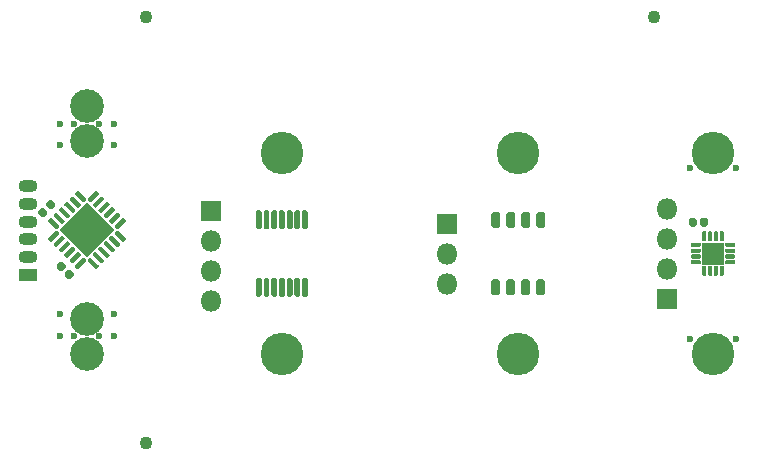
<source format=gbs>
G04 #@! TF.GenerationSoftware,KiCad,Pcbnew,(5.1.6-0-10_14)*
G04 #@! TF.CreationDate,2021-04-13T12:38:31+02:00*
G04 #@! TF.ProjectId,Encoder_SPI_Panel,456e636f-6465-4725-9f53-50495f50616e,rev?*
G04 #@! TF.SameCoordinates,Original*
G04 #@! TF.FileFunction,Soldermask,Bot*
G04 #@! TF.FilePolarity,Negative*
%FSLAX46Y46*%
G04 Gerber Fmt 4.6, Leading zero omitted, Abs format (unit mm)*
G04 Created by KiCad (PCBNEW (5.1.6-0-10_14)) date 2021-04-13 12:38:31*
%MOMM*%
%LPD*%
G01*
G04 APERTURE LIST*
%ADD10C,1.100000*%
%ADD11C,3.600000*%
%ADD12R,1.850000X1.850000*%
%ADD13R,1.800000X1.800000*%
%ADD14O,1.800000X1.800000*%
%ADD15C,0.600000*%
%ADD16C,0.150000*%
%ADD17C,2.850000*%
%ADD18R,1.600000X1.100000*%
%ADD19O,1.600000X1.100000*%
G04 APERTURE END LIST*
D10*
X59999000Y-55501000D03*
X103007084Y-19498950D03*
X59999000Y-19498950D03*
G36*
G01*
X105933450Y-37037450D02*
X105933450Y-36642450D01*
G75*
G02*
X106105950Y-36469950I172500J0D01*
G01*
X106450950Y-36469950D01*
G75*
G02*
X106623450Y-36642450I0J-172500D01*
G01*
X106623450Y-37037450D01*
G75*
G02*
X106450950Y-37209950I-172500J0D01*
G01*
X106105950Y-37209950D01*
G75*
G02*
X105933450Y-37037450I0J172500D01*
G01*
G37*
G36*
G01*
X106903450Y-37037450D02*
X106903450Y-36642450D01*
G75*
G02*
X107075950Y-36469950I172500J0D01*
G01*
X107420950Y-36469950D01*
G75*
G02*
X107593450Y-36642450I0J-172500D01*
G01*
X107593450Y-37037450D01*
G75*
G02*
X107420950Y-37209950I-172500J0D01*
G01*
X107075950Y-37209950D01*
G75*
G02*
X106903450Y-37037450I0J172500D01*
G01*
G37*
D11*
X108003450Y-30999950D03*
G36*
G01*
X109903450Y-38662450D02*
X109903450Y-38837450D01*
G75*
G02*
X109815950Y-38924950I-87500J0D01*
G01*
X109115950Y-38924950D01*
G75*
G02*
X109028450Y-38837450I0J87500D01*
G01*
X109028450Y-38662450D01*
G75*
G02*
X109115950Y-38574950I87500J0D01*
G01*
X109815950Y-38574950D01*
G75*
G02*
X109903450Y-38662450I0J-87500D01*
G01*
G37*
G36*
G01*
X109903450Y-39162450D02*
X109903450Y-39337450D01*
G75*
G02*
X109815950Y-39424950I-87500J0D01*
G01*
X109115950Y-39424950D01*
G75*
G02*
X109028450Y-39337450I0J87500D01*
G01*
X109028450Y-39162450D01*
G75*
G02*
X109115950Y-39074950I87500J0D01*
G01*
X109815950Y-39074950D01*
G75*
G02*
X109903450Y-39162450I0J-87500D01*
G01*
G37*
G36*
G01*
X109903450Y-39662450D02*
X109903450Y-39837450D01*
G75*
G02*
X109815950Y-39924950I-87500J0D01*
G01*
X109115950Y-39924950D01*
G75*
G02*
X109028450Y-39837450I0J87500D01*
G01*
X109028450Y-39662450D01*
G75*
G02*
X109115950Y-39574950I87500J0D01*
G01*
X109815950Y-39574950D01*
G75*
G02*
X109903450Y-39662450I0J-87500D01*
G01*
G37*
G36*
G01*
X109903450Y-40162450D02*
X109903450Y-40337450D01*
G75*
G02*
X109815950Y-40424950I-87500J0D01*
G01*
X109115950Y-40424950D01*
G75*
G02*
X109028450Y-40337450I0J87500D01*
G01*
X109028450Y-40162450D01*
G75*
G02*
X109115950Y-40074950I87500J0D01*
G01*
X109815950Y-40074950D01*
G75*
G02*
X109903450Y-40162450I0J-87500D01*
G01*
G37*
G36*
G01*
X108928450Y-40612450D02*
X108928450Y-41312450D01*
G75*
G02*
X108840950Y-41399950I-87500J0D01*
G01*
X108665950Y-41399950D01*
G75*
G02*
X108578450Y-41312450I0J87500D01*
G01*
X108578450Y-40612450D01*
G75*
G02*
X108665950Y-40524950I87500J0D01*
G01*
X108840950Y-40524950D01*
G75*
G02*
X108928450Y-40612450I0J-87500D01*
G01*
G37*
G36*
G01*
X108428450Y-40612450D02*
X108428450Y-41312450D01*
G75*
G02*
X108340950Y-41399950I-87500J0D01*
G01*
X108165950Y-41399950D01*
G75*
G02*
X108078450Y-41312450I0J87500D01*
G01*
X108078450Y-40612450D01*
G75*
G02*
X108165950Y-40524950I87500J0D01*
G01*
X108340950Y-40524950D01*
G75*
G02*
X108428450Y-40612450I0J-87500D01*
G01*
G37*
G36*
G01*
X107928450Y-40612450D02*
X107928450Y-41312450D01*
G75*
G02*
X107840950Y-41399950I-87500J0D01*
G01*
X107665950Y-41399950D01*
G75*
G02*
X107578450Y-41312450I0J87500D01*
G01*
X107578450Y-40612450D01*
G75*
G02*
X107665950Y-40524950I87500J0D01*
G01*
X107840950Y-40524950D01*
G75*
G02*
X107928450Y-40612450I0J-87500D01*
G01*
G37*
G36*
G01*
X107428450Y-40612450D02*
X107428450Y-41312450D01*
G75*
G02*
X107340950Y-41399950I-87500J0D01*
G01*
X107165950Y-41399950D01*
G75*
G02*
X107078450Y-41312450I0J87500D01*
G01*
X107078450Y-40612450D01*
G75*
G02*
X107165950Y-40524950I87500J0D01*
G01*
X107340950Y-40524950D01*
G75*
G02*
X107428450Y-40612450I0J-87500D01*
G01*
G37*
G36*
G01*
X106978450Y-40162450D02*
X106978450Y-40337450D01*
G75*
G02*
X106890950Y-40424950I-87500J0D01*
G01*
X106190950Y-40424950D01*
G75*
G02*
X106103450Y-40337450I0J87500D01*
G01*
X106103450Y-40162450D01*
G75*
G02*
X106190950Y-40074950I87500J0D01*
G01*
X106890950Y-40074950D01*
G75*
G02*
X106978450Y-40162450I0J-87500D01*
G01*
G37*
G36*
G01*
X106978450Y-39662450D02*
X106978450Y-39837450D01*
G75*
G02*
X106890950Y-39924950I-87500J0D01*
G01*
X106190950Y-39924950D01*
G75*
G02*
X106103450Y-39837450I0J87500D01*
G01*
X106103450Y-39662450D01*
G75*
G02*
X106190950Y-39574950I87500J0D01*
G01*
X106890950Y-39574950D01*
G75*
G02*
X106978450Y-39662450I0J-87500D01*
G01*
G37*
G36*
G01*
X106978450Y-39162450D02*
X106978450Y-39337450D01*
G75*
G02*
X106890950Y-39424950I-87500J0D01*
G01*
X106190950Y-39424950D01*
G75*
G02*
X106103450Y-39337450I0J87500D01*
G01*
X106103450Y-39162450D01*
G75*
G02*
X106190950Y-39074950I87500J0D01*
G01*
X106890950Y-39074950D01*
G75*
G02*
X106978450Y-39162450I0J-87500D01*
G01*
G37*
G36*
G01*
X106978450Y-38662450D02*
X106978450Y-38837450D01*
G75*
G02*
X106890950Y-38924950I-87500J0D01*
G01*
X106190950Y-38924950D01*
G75*
G02*
X106103450Y-38837450I0J87500D01*
G01*
X106103450Y-38662450D01*
G75*
G02*
X106190950Y-38574950I87500J0D01*
G01*
X106890950Y-38574950D01*
G75*
G02*
X106978450Y-38662450I0J-87500D01*
G01*
G37*
G36*
G01*
X107428450Y-37687450D02*
X107428450Y-38387450D01*
G75*
G02*
X107340950Y-38474950I-87500J0D01*
G01*
X107165950Y-38474950D01*
G75*
G02*
X107078450Y-38387450I0J87500D01*
G01*
X107078450Y-37687450D01*
G75*
G02*
X107165950Y-37599950I87500J0D01*
G01*
X107340950Y-37599950D01*
G75*
G02*
X107428450Y-37687450I0J-87500D01*
G01*
G37*
G36*
G01*
X107928450Y-37687450D02*
X107928450Y-38387450D01*
G75*
G02*
X107840950Y-38474950I-87500J0D01*
G01*
X107665950Y-38474950D01*
G75*
G02*
X107578450Y-38387450I0J87500D01*
G01*
X107578450Y-37687450D01*
G75*
G02*
X107665950Y-37599950I87500J0D01*
G01*
X107840950Y-37599950D01*
G75*
G02*
X107928450Y-37687450I0J-87500D01*
G01*
G37*
G36*
G01*
X108428450Y-37687450D02*
X108428450Y-38387450D01*
G75*
G02*
X108340950Y-38474950I-87500J0D01*
G01*
X108165950Y-38474950D01*
G75*
G02*
X108078450Y-38387450I0J87500D01*
G01*
X108078450Y-37687450D01*
G75*
G02*
X108165950Y-37599950I87500J0D01*
G01*
X108340950Y-37599950D01*
G75*
G02*
X108428450Y-37687450I0J-87500D01*
G01*
G37*
G36*
G01*
X108928450Y-37687450D02*
X108928450Y-38387450D01*
G75*
G02*
X108840950Y-38474950I-87500J0D01*
G01*
X108665950Y-38474950D01*
G75*
G02*
X108578450Y-38387450I0J87500D01*
G01*
X108578450Y-37687450D01*
G75*
G02*
X108665950Y-37599950I87500J0D01*
G01*
X108840950Y-37599950D01*
G75*
G02*
X108928450Y-37687450I0J-87500D01*
G01*
G37*
D12*
X108003450Y-39499950D03*
D11*
X108003450Y-47999950D03*
D13*
X104103450Y-43319950D03*
D14*
X104103450Y-40779950D03*
X104103450Y-38239950D03*
X104103450Y-35699950D03*
D15*
X109953450Y-32249950D03*
X106053450Y-32249950D03*
X109953450Y-46749950D03*
X106053450Y-46749950D03*
D11*
X91503051Y-30999999D03*
X91503051Y-47999999D03*
D13*
X85473051Y-36959999D03*
D14*
X85473051Y-39499999D03*
X85473051Y-42039999D03*
G36*
G01*
X89410551Y-35949999D02*
X89785551Y-35949999D01*
G75*
G02*
X89973051Y-36137499I0J-187500D01*
G01*
X89973051Y-37172499D01*
G75*
G02*
X89785551Y-37359999I-187500J0D01*
G01*
X89410551Y-37359999D01*
G75*
G02*
X89223051Y-37172499I0J187500D01*
G01*
X89223051Y-36137499D01*
G75*
G02*
X89410551Y-35949999I187500J0D01*
G01*
G37*
G36*
G01*
X90680551Y-35949999D02*
X91055551Y-35949999D01*
G75*
G02*
X91243051Y-36137499I0J-187500D01*
G01*
X91243051Y-37172499D01*
G75*
G02*
X91055551Y-37359999I-187500J0D01*
G01*
X90680551Y-37359999D01*
G75*
G02*
X90493051Y-37172499I0J187500D01*
G01*
X90493051Y-36137499D01*
G75*
G02*
X90680551Y-35949999I187500J0D01*
G01*
G37*
G36*
G01*
X91950551Y-35949999D02*
X92325551Y-35949999D01*
G75*
G02*
X92513051Y-36137499I0J-187500D01*
G01*
X92513051Y-37172499D01*
G75*
G02*
X92325551Y-37359999I-187500J0D01*
G01*
X91950551Y-37359999D01*
G75*
G02*
X91763051Y-37172499I0J187500D01*
G01*
X91763051Y-36137499D01*
G75*
G02*
X91950551Y-35949999I187500J0D01*
G01*
G37*
G36*
G01*
X93220551Y-35949999D02*
X93595551Y-35949999D01*
G75*
G02*
X93783051Y-36137499I0J-187500D01*
G01*
X93783051Y-37172499D01*
G75*
G02*
X93595551Y-37359999I-187500J0D01*
G01*
X93220551Y-37359999D01*
G75*
G02*
X93033051Y-37172499I0J187500D01*
G01*
X93033051Y-36137499D01*
G75*
G02*
X93220551Y-35949999I187500J0D01*
G01*
G37*
G36*
G01*
X89410551Y-41639999D02*
X89785551Y-41639999D01*
G75*
G02*
X89973051Y-41827499I0J-187500D01*
G01*
X89973051Y-42862499D01*
G75*
G02*
X89785551Y-43049999I-187500J0D01*
G01*
X89410551Y-43049999D01*
G75*
G02*
X89223051Y-42862499I0J187500D01*
G01*
X89223051Y-41827499D01*
G75*
G02*
X89410551Y-41639999I187500J0D01*
G01*
G37*
G36*
G01*
X90680551Y-41639999D02*
X91055551Y-41639999D01*
G75*
G02*
X91243051Y-41827499I0J-187500D01*
G01*
X91243051Y-42862499D01*
G75*
G02*
X91055551Y-43049999I-187500J0D01*
G01*
X90680551Y-43049999D01*
G75*
G02*
X90493051Y-42862499I0J187500D01*
G01*
X90493051Y-41827499D01*
G75*
G02*
X90680551Y-41639999I187500J0D01*
G01*
G37*
G36*
G01*
X91950551Y-41639999D02*
X92325551Y-41639999D01*
G75*
G02*
X92513051Y-41827499I0J-187500D01*
G01*
X92513051Y-42862499D01*
G75*
G02*
X92325551Y-43049999I-187500J0D01*
G01*
X91950551Y-43049999D01*
G75*
G02*
X91763051Y-42862499I0J187500D01*
G01*
X91763051Y-41827499D01*
G75*
G02*
X91950551Y-41639999I187500J0D01*
G01*
G37*
G36*
G01*
X93220551Y-41639999D02*
X93595551Y-41639999D01*
G75*
G02*
X93783051Y-41827499I0J-187500D01*
G01*
X93783051Y-42862499D01*
G75*
G02*
X93595551Y-43049999I-187500J0D01*
G01*
X93220551Y-43049999D01*
G75*
G02*
X93033051Y-42862499I0J187500D01*
G01*
X93033051Y-41827499D01*
G75*
G02*
X93220551Y-41639999I187500J0D01*
G01*
G37*
D11*
X71503039Y-30999999D03*
X71503039Y-47999999D03*
D13*
X65473039Y-35929999D03*
D14*
X65473039Y-38469999D03*
X65473039Y-41009999D03*
X65473039Y-43549999D03*
G36*
G01*
X69428039Y-35849999D02*
X69678039Y-35849999D01*
G75*
G02*
X69803039Y-35974999I0J-125000D01*
G01*
X69803039Y-37299999D01*
G75*
G02*
X69678039Y-37424999I-125000J0D01*
G01*
X69428039Y-37424999D01*
G75*
G02*
X69303039Y-37299999I0J125000D01*
G01*
X69303039Y-35974999D01*
G75*
G02*
X69428039Y-35849999I125000J0D01*
G01*
G37*
G36*
G01*
X70078039Y-35849999D02*
X70328039Y-35849999D01*
G75*
G02*
X70453039Y-35974999I0J-125000D01*
G01*
X70453039Y-37299999D01*
G75*
G02*
X70328039Y-37424999I-125000J0D01*
G01*
X70078039Y-37424999D01*
G75*
G02*
X69953039Y-37299999I0J125000D01*
G01*
X69953039Y-35974999D01*
G75*
G02*
X70078039Y-35849999I125000J0D01*
G01*
G37*
G36*
G01*
X70728039Y-35849999D02*
X70978039Y-35849999D01*
G75*
G02*
X71103039Y-35974999I0J-125000D01*
G01*
X71103039Y-37299999D01*
G75*
G02*
X70978039Y-37424999I-125000J0D01*
G01*
X70728039Y-37424999D01*
G75*
G02*
X70603039Y-37299999I0J125000D01*
G01*
X70603039Y-35974999D01*
G75*
G02*
X70728039Y-35849999I125000J0D01*
G01*
G37*
G36*
G01*
X71378039Y-35849999D02*
X71628039Y-35849999D01*
G75*
G02*
X71753039Y-35974999I0J-125000D01*
G01*
X71753039Y-37299999D01*
G75*
G02*
X71628039Y-37424999I-125000J0D01*
G01*
X71378039Y-37424999D01*
G75*
G02*
X71253039Y-37299999I0J125000D01*
G01*
X71253039Y-35974999D01*
G75*
G02*
X71378039Y-35849999I125000J0D01*
G01*
G37*
G36*
G01*
X72028039Y-35849999D02*
X72278039Y-35849999D01*
G75*
G02*
X72403039Y-35974999I0J-125000D01*
G01*
X72403039Y-37299999D01*
G75*
G02*
X72278039Y-37424999I-125000J0D01*
G01*
X72028039Y-37424999D01*
G75*
G02*
X71903039Y-37299999I0J125000D01*
G01*
X71903039Y-35974999D01*
G75*
G02*
X72028039Y-35849999I125000J0D01*
G01*
G37*
G36*
G01*
X72678039Y-35849999D02*
X72928039Y-35849999D01*
G75*
G02*
X73053039Y-35974999I0J-125000D01*
G01*
X73053039Y-37299999D01*
G75*
G02*
X72928039Y-37424999I-125000J0D01*
G01*
X72678039Y-37424999D01*
G75*
G02*
X72553039Y-37299999I0J125000D01*
G01*
X72553039Y-35974999D01*
G75*
G02*
X72678039Y-35849999I125000J0D01*
G01*
G37*
G36*
G01*
X73328039Y-35849999D02*
X73578039Y-35849999D01*
G75*
G02*
X73703039Y-35974999I0J-125000D01*
G01*
X73703039Y-37299999D01*
G75*
G02*
X73578039Y-37424999I-125000J0D01*
G01*
X73328039Y-37424999D01*
G75*
G02*
X73203039Y-37299999I0J125000D01*
G01*
X73203039Y-35974999D01*
G75*
G02*
X73328039Y-35849999I125000J0D01*
G01*
G37*
G36*
G01*
X73328039Y-41574999D02*
X73578039Y-41574999D01*
G75*
G02*
X73703039Y-41699999I0J-125000D01*
G01*
X73703039Y-43024999D01*
G75*
G02*
X73578039Y-43149999I-125000J0D01*
G01*
X73328039Y-43149999D01*
G75*
G02*
X73203039Y-43024999I0J125000D01*
G01*
X73203039Y-41699999D01*
G75*
G02*
X73328039Y-41574999I125000J0D01*
G01*
G37*
G36*
G01*
X72678039Y-41574999D02*
X72928039Y-41574999D01*
G75*
G02*
X73053039Y-41699999I0J-125000D01*
G01*
X73053039Y-43024999D01*
G75*
G02*
X72928039Y-43149999I-125000J0D01*
G01*
X72678039Y-43149999D01*
G75*
G02*
X72553039Y-43024999I0J125000D01*
G01*
X72553039Y-41699999D01*
G75*
G02*
X72678039Y-41574999I125000J0D01*
G01*
G37*
G36*
G01*
X72028039Y-41574999D02*
X72278039Y-41574999D01*
G75*
G02*
X72403039Y-41699999I0J-125000D01*
G01*
X72403039Y-43024999D01*
G75*
G02*
X72278039Y-43149999I-125000J0D01*
G01*
X72028039Y-43149999D01*
G75*
G02*
X71903039Y-43024999I0J125000D01*
G01*
X71903039Y-41699999D01*
G75*
G02*
X72028039Y-41574999I125000J0D01*
G01*
G37*
G36*
G01*
X71378039Y-41574999D02*
X71628039Y-41574999D01*
G75*
G02*
X71753039Y-41699999I0J-125000D01*
G01*
X71753039Y-43024999D01*
G75*
G02*
X71628039Y-43149999I-125000J0D01*
G01*
X71378039Y-43149999D01*
G75*
G02*
X71253039Y-43024999I0J125000D01*
G01*
X71253039Y-41699999D01*
G75*
G02*
X71378039Y-41574999I125000J0D01*
G01*
G37*
G36*
G01*
X70728039Y-41574999D02*
X70978039Y-41574999D01*
G75*
G02*
X71103039Y-41699999I0J-125000D01*
G01*
X71103039Y-43024999D01*
G75*
G02*
X70978039Y-43149999I-125000J0D01*
G01*
X70728039Y-43149999D01*
G75*
G02*
X70603039Y-43024999I0J125000D01*
G01*
X70603039Y-41699999D01*
G75*
G02*
X70728039Y-41574999I125000J0D01*
G01*
G37*
G36*
G01*
X70078039Y-41574999D02*
X70328039Y-41574999D01*
G75*
G02*
X70453039Y-41699999I0J-125000D01*
G01*
X70453039Y-43024999D01*
G75*
G02*
X70328039Y-43149999I-125000J0D01*
G01*
X70078039Y-43149999D01*
G75*
G02*
X69953039Y-43024999I0J125000D01*
G01*
X69953039Y-41699999D01*
G75*
G02*
X70078039Y-41574999I125000J0D01*
G01*
G37*
G36*
G01*
X69428039Y-41574999D02*
X69678039Y-41574999D01*
G75*
G02*
X69803039Y-41699999I0J-125000D01*
G01*
X69803039Y-43024999D01*
G75*
G02*
X69678039Y-43149999I-125000J0D01*
G01*
X69428039Y-43149999D01*
G75*
G02*
X69303039Y-43024999I0J125000D01*
G01*
X69303039Y-41699999D01*
G75*
G02*
X69428039Y-41574999I125000J0D01*
G01*
G37*
G36*
G01*
X51153151Y-36426502D02*
X50873843Y-36147195D01*
G75*
G02*
X50873843Y-35903243I121976J121976D01*
G01*
X51117795Y-35659291D01*
G75*
G02*
X51361747Y-35659291I121976J-121976D01*
G01*
X51641055Y-35938599D01*
G75*
G02*
X51641055Y-36182551I-121976J-121976D01*
G01*
X51397103Y-36426503D01*
G75*
G02*
X51153151Y-36426503I-121976J121976D01*
G01*
G37*
G36*
G01*
X51839045Y-35740608D02*
X51559737Y-35461301D01*
G75*
G02*
X51559737Y-35217349I121976J121976D01*
G01*
X51803689Y-34973397D01*
G75*
G02*
X52047641Y-34973397I121976J-121976D01*
G01*
X52326949Y-35252705D01*
G75*
G02*
X52326949Y-35496657I-121976J-121976D01*
G01*
X52082997Y-35740609D01*
G75*
G02*
X51839045Y-35740609I-121976J121976D01*
G01*
G37*
G36*
G01*
X53876948Y-41377195D02*
X53597641Y-41656503D01*
G75*
G02*
X53353689Y-41656503I-121976J121976D01*
G01*
X53109737Y-41412551D01*
G75*
G02*
X53109737Y-41168599I121976J121976D01*
G01*
X53389045Y-40889291D01*
G75*
G02*
X53632997Y-40889291I121976J-121976D01*
G01*
X53876949Y-41133243D01*
G75*
G02*
X53876949Y-41377195I-121976J-121976D01*
G01*
G37*
G36*
G01*
X53191054Y-40691301D02*
X52911747Y-40970609D01*
G75*
G02*
X52667795Y-40970609I-121976J121976D01*
G01*
X52423843Y-40726657D01*
G75*
G02*
X52423843Y-40482705I121976J121976D01*
G01*
X52703151Y-40203397D01*
G75*
G02*
X52947103Y-40203397I121976J-121976D01*
G01*
X53191055Y-40447349D01*
G75*
G02*
X53191055Y-40691301I-121976J-121976D01*
G01*
G37*
D16*
G36*
X55350314Y-35134437D02*
G01*
X55338949Y-35143764D01*
X55330798Y-35149211D01*
X55317832Y-35156142D01*
X55308776Y-35159892D01*
X55294706Y-35164160D01*
X55285093Y-35166073D01*
X55270462Y-35167514D01*
X55260660Y-35167514D01*
X55246028Y-35166073D01*
X55236415Y-35164160D01*
X55222345Y-35159892D01*
X55213290Y-35156142D01*
X55200324Y-35149211D01*
X55192173Y-35143764D01*
X55180808Y-35134437D01*
X55177172Y-35131143D01*
X55146106Y-35100077D01*
X55142812Y-35096441D01*
X55133485Y-35085076D01*
X55128038Y-35076925D01*
X55121107Y-35063959D01*
X55117357Y-35054904D01*
X55113089Y-35040834D01*
X55111176Y-35031221D01*
X55109735Y-35016589D01*
X55109495Y-35011688D01*
X55109495Y-34861688D01*
X55109735Y-34856787D01*
X55111176Y-34842156D01*
X55113089Y-34832543D01*
X55117357Y-34818473D01*
X55121107Y-34809417D01*
X55128038Y-34796451D01*
X55133485Y-34788300D01*
X55142812Y-34776935D01*
X55146106Y-34773300D01*
X55689825Y-34229581D01*
X55693460Y-34226287D01*
X55704825Y-34216960D01*
X55712976Y-34211513D01*
X55725942Y-34204582D01*
X55734998Y-34200832D01*
X55749068Y-34196564D01*
X55758681Y-34194651D01*
X55773312Y-34193210D01*
X55783114Y-34193210D01*
X55797746Y-34194651D01*
X55807359Y-34196564D01*
X55821429Y-34200832D01*
X55830484Y-34204582D01*
X55843450Y-34211513D01*
X55851601Y-34216960D01*
X55862966Y-34226287D01*
X55866602Y-34229581D01*
X55972668Y-34335647D01*
X55975962Y-34339283D01*
X55985289Y-34350648D01*
X55990736Y-34358799D01*
X55997667Y-34371765D01*
X56001417Y-34380820D01*
X56005685Y-34394890D01*
X56007598Y-34404503D01*
X56009039Y-34419135D01*
X56009039Y-34428937D01*
X56007598Y-34443568D01*
X56005685Y-34453181D01*
X56001417Y-34467251D01*
X55997667Y-34476307D01*
X55990736Y-34489273D01*
X55985289Y-34497424D01*
X55975962Y-34508789D01*
X55972668Y-34512424D01*
X55353949Y-35131143D01*
X55350314Y-35134437D01*
G37*
G36*
G01*
X56308544Y-34671523D02*
X56449966Y-34812944D01*
G75*
G02*
X56449966Y-34954366I-70711J-70711D01*
G01*
X55795892Y-35608440D01*
G75*
G02*
X55654470Y-35608440I-70711J70711D01*
G01*
X55513048Y-35467018D01*
G75*
G02*
X55513048Y-35325596I70711J70711D01*
G01*
X56167122Y-34671522D01*
G75*
G02*
X56308544Y-34671522I70711J-70711D01*
G01*
G37*
G36*
G01*
X56768163Y-35131143D02*
X56909585Y-35272564D01*
G75*
G02*
X56909585Y-35413986I-70711J-70711D01*
G01*
X56255511Y-36068060D01*
G75*
G02*
X56114089Y-36068060I-70711J70711D01*
G01*
X55972667Y-35926638D01*
G75*
G02*
X55972667Y-35785216I70711J70711D01*
G01*
X56626741Y-35131142D01*
G75*
G02*
X56768163Y-35131142I70711J-70711D01*
G01*
G37*
G36*
G01*
X57227782Y-35590762D02*
X57369204Y-35732183D01*
G75*
G02*
X57369204Y-35873605I-70711J-70711D01*
G01*
X56715130Y-36527679D01*
G75*
G02*
X56573708Y-36527679I-70711J70711D01*
G01*
X56432286Y-36386257D01*
G75*
G02*
X56432286Y-36244835I70711J70711D01*
G01*
X57086360Y-35590761D01*
G75*
G02*
X57227782Y-35590761I70711J-70711D01*
G01*
G37*
G36*
G01*
X57687402Y-36050381D02*
X57828824Y-36191802D01*
G75*
G02*
X57828824Y-36333224I-70711J-70711D01*
G01*
X57174750Y-36987298D01*
G75*
G02*
X57033328Y-36987298I-70711J70711D01*
G01*
X56891906Y-36845876D01*
G75*
G02*
X56891906Y-36704454I70711J70711D01*
G01*
X57545980Y-36050380D01*
G75*
G02*
X57687402Y-36050380I70711J-70711D01*
G01*
G37*
G36*
X57723411Y-37357534D02*
G01*
X57712046Y-37366861D01*
X57703895Y-37372308D01*
X57690929Y-37379239D01*
X57681873Y-37382989D01*
X57667803Y-37387257D01*
X57658190Y-37389170D01*
X57643559Y-37390611D01*
X57638658Y-37390851D01*
X57488658Y-37390851D01*
X57483757Y-37390611D01*
X57469125Y-37389170D01*
X57459512Y-37387257D01*
X57445442Y-37382989D01*
X57436387Y-37379239D01*
X57423421Y-37372308D01*
X57415270Y-37366861D01*
X57403905Y-37357534D01*
X57400269Y-37354240D01*
X57369203Y-37323174D01*
X57365909Y-37319538D01*
X57356582Y-37308173D01*
X57351135Y-37300022D01*
X57344204Y-37287056D01*
X57340454Y-37278001D01*
X57336186Y-37263931D01*
X57334273Y-37254318D01*
X57332832Y-37239686D01*
X57332832Y-37229884D01*
X57334273Y-37215253D01*
X57336186Y-37205640D01*
X57340454Y-37191570D01*
X57344204Y-37182514D01*
X57351135Y-37169548D01*
X57356582Y-37161397D01*
X57365909Y-37150032D01*
X57369203Y-37146397D01*
X57987922Y-36527678D01*
X57991557Y-36524384D01*
X58002922Y-36515057D01*
X58011073Y-36509610D01*
X58024039Y-36502679D01*
X58033095Y-36498929D01*
X58047165Y-36494661D01*
X58056778Y-36492748D01*
X58071409Y-36491307D01*
X58081211Y-36491307D01*
X58095843Y-36492748D01*
X58105456Y-36494661D01*
X58119526Y-36498929D01*
X58128581Y-36502679D01*
X58141547Y-36509610D01*
X58149698Y-36515057D01*
X58161063Y-36524384D01*
X58164699Y-36527678D01*
X58270765Y-36633744D01*
X58274059Y-36637380D01*
X58283386Y-36648745D01*
X58288833Y-36656896D01*
X58295764Y-36669862D01*
X58299514Y-36678917D01*
X58303782Y-36692987D01*
X58305695Y-36702600D01*
X58307136Y-36717232D01*
X58307136Y-36727034D01*
X58305695Y-36741665D01*
X58303782Y-36751278D01*
X58299514Y-36765348D01*
X58295764Y-36774404D01*
X58288833Y-36787370D01*
X58283386Y-36795521D01*
X58274059Y-36806886D01*
X58270765Y-36810521D01*
X57727046Y-37354240D01*
X57723411Y-37357534D01*
G37*
G36*
X58161063Y-38475516D02*
G01*
X58149698Y-38484843D01*
X58141547Y-38490290D01*
X58128581Y-38497221D01*
X58119526Y-38500971D01*
X58105456Y-38505239D01*
X58095843Y-38507152D01*
X58081211Y-38508593D01*
X58071409Y-38508593D01*
X58056778Y-38507152D01*
X58047165Y-38505239D01*
X58033095Y-38500971D01*
X58024039Y-38497221D01*
X58011073Y-38490290D01*
X58002922Y-38484843D01*
X57991557Y-38475516D01*
X57987922Y-38472222D01*
X57369203Y-37853503D01*
X57365909Y-37849868D01*
X57356582Y-37838503D01*
X57351135Y-37830352D01*
X57344204Y-37817386D01*
X57340454Y-37808330D01*
X57336186Y-37794260D01*
X57334273Y-37784647D01*
X57332832Y-37770016D01*
X57332832Y-37760214D01*
X57334273Y-37745582D01*
X57336186Y-37735969D01*
X57340454Y-37721899D01*
X57344204Y-37712844D01*
X57351135Y-37699878D01*
X57356582Y-37691727D01*
X57365909Y-37680362D01*
X57369203Y-37676726D01*
X57400269Y-37645660D01*
X57403905Y-37642366D01*
X57415270Y-37633039D01*
X57423421Y-37627592D01*
X57436387Y-37620661D01*
X57445442Y-37616911D01*
X57459512Y-37612643D01*
X57469125Y-37610730D01*
X57483757Y-37609289D01*
X57488658Y-37609049D01*
X57638658Y-37609049D01*
X57643559Y-37609289D01*
X57658190Y-37610730D01*
X57667803Y-37612643D01*
X57681873Y-37616911D01*
X57690929Y-37620661D01*
X57703895Y-37627592D01*
X57712046Y-37633039D01*
X57723411Y-37642366D01*
X57727046Y-37645660D01*
X58270765Y-38189379D01*
X58274059Y-38193014D01*
X58283386Y-38204379D01*
X58288833Y-38212530D01*
X58295764Y-38225496D01*
X58299514Y-38234552D01*
X58303782Y-38248622D01*
X58305695Y-38258235D01*
X58307136Y-38272866D01*
X58307136Y-38282668D01*
X58305695Y-38297300D01*
X58303782Y-38306913D01*
X58299514Y-38320983D01*
X58295764Y-38330038D01*
X58288833Y-38343004D01*
X58283386Y-38351155D01*
X58274059Y-38362520D01*
X58270765Y-38366156D01*
X58164699Y-38472222D01*
X58161063Y-38475516D01*
G37*
G36*
G01*
X57174749Y-38012603D02*
X57828824Y-38666676D01*
G75*
G02*
X57828824Y-38808098I-70711J-70711D01*
G01*
X57687402Y-38949520D01*
G75*
G02*
X57545980Y-38949520I-70711J70711D01*
G01*
X56891906Y-38295446D01*
G75*
G02*
X56891906Y-38154024I70711J70711D01*
G01*
X57033328Y-38012602D01*
G75*
G02*
X57174750Y-38012602I70711J-70711D01*
G01*
G37*
G36*
G01*
X56715129Y-38472222D02*
X57369204Y-39126295D01*
G75*
G02*
X57369204Y-39267717I-70711J-70711D01*
G01*
X57227782Y-39409139D01*
G75*
G02*
X57086360Y-39409139I-70711J70711D01*
G01*
X56432286Y-38755065D01*
G75*
G02*
X56432286Y-38613643I70711J70711D01*
G01*
X56573708Y-38472221D01*
G75*
G02*
X56715130Y-38472221I70711J-70711D01*
G01*
G37*
G36*
G01*
X56255510Y-38931841D02*
X56909585Y-39585914D01*
G75*
G02*
X56909585Y-39727336I-70711J-70711D01*
G01*
X56768163Y-39868758D01*
G75*
G02*
X56626741Y-39868758I-70711J70711D01*
G01*
X55972667Y-39214684D01*
G75*
G02*
X55972667Y-39073262I70711J70711D01*
G01*
X56114089Y-38931840D01*
G75*
G02*
X56255511Y-38931840I70711J-70711D01*
G01*
G37*
G36*
G01*
X55795891Y-39391461D02*
X56449966Y-40045534D01*
G75*
G02*
X56449966Y-40186956I-70711J-70711D01*
G01*
X56308544Y-40328378D01*
G75*
G02*
X56167122Y-40328378I-70711J70711D01*
G01*
X55513048Y-39674304D01*
G75*
G02*
X55513048Y-39532882I70711J70711D01*
G01*
X55654470Y-39391460D01*
G75*
G02*
X55795892Y-39391460I70711J-70711D01*
G01*
G37*
G36*
X55862966Y-40773613D02*
G01*
X55851601Y-40782940D01*
X55843450Y-40788387D01*
X55830484Y-40795318D01*
X55821429Y-40799068D01*
X55807359Y-40803336D01*
X55797746Y-40805249D01*
X55783114Y-40806690D01*
X55773312Y-40806690D01*
X55758681Y-40805249D01*
X55749068Y-40803336D01*
X55734998Y-40799068D01*
X55725942Y-40795318D01*
X55712976Y-40788387D01*
X55704825Y-40782940D01*
X55693460Y-40773613D01*
X55689825Y-40770319D01*
X55146106Y-40226600D01*
X55142812Y-40222965D01*
X55133485Y-40211600D01*
X55128038Y-40203449D01*
X55121107Y-40190483D01*
X55117357Y-40181427D01*
X55113089Y-40167357D01*
X55111176Y-40157744D01*
X55109735Y-40143113D01*
X55109495Y-40138212D01*
X55109495Y-39988212D01*
X55109735Y-39983311D01*
X55111176Y-39968679D01*
X55113089Y-39959066D01*
X55117357Y-39944996D01*
X55121107Y-39935941D01*
X55128038Y-39922975D01*
X55133485Y-39914824D01*
X55142812Y-39903459D01*
X55146106Y-39899823D01*
X55177172Y-39868757D01*
X55180808Y-39865463D01*
X55192173Y-39856136D01*
X55200324Y-39850689D01*
X55213290Y-39843758D01*
X55222345Y-39840008D01*
X55236415Y-39835740D01*
X55246028Y-39833827D01*
X55260660Y-39832386D01*
X55270462Y-39832386D01*
X55285093Y-39833827D01*
X55294706Y-39835740D01*
X55308776Y-39840008D01*
X55317832Y-39843758D01*
X55330798Y-39850689D01*
X55338949Y-39856136D01*
X55350314Y-39865463D01*
X55353949Y-39868757D01*
X55972668Y-40487476D01*
X55975962Y-40491111D01*
X55985289Y-40502476D01*
X55990736Y-40510627D01*
X55997667Y-40523593D01*
X56001417Y-40532649D01*
X56005685Y-40546719D01*
X56007598Y-40556332D01*
X56009039Y-40570963D01*
X56009039Y-40580765D01*
X56007598Y-40595397D01*
X56005685Y-40605010D01*
X56001417Y-40619080D01*
X55997667Y-40628135D01*
X55990736Y-40641101D01*
X55985289Y-40649252D01*
X55975962Y-40660617D01*
X55972668Y-40664253D01*
X55866602Y-40770319D01*
X55862966Y-40773613D01*
G37*
G36*
X54307332Y-40773613D02*
G01*
X54295967Y-40782940D01*
X54287816Y-40788387D01*
X54274850Y-40795318D01*
X54265794Y-40799068D01*
X54251724Y-40803336D01*
X54242111Y-40805249D01*
X54227480Y-40806690D01*
X54217678Y-40806690D01*
X54203046Y-40805249D01*
X54193433Y-40803336D01*
X54179363Y-40799068D01*
X54170308Y-40795318D01*
X54157342Y-40788387D01*
X54149191Y-40782940D01*
X54137826Y-40773613D01*
X54134190Y-40770319D01*
X54028124Y-40664253D01*
X54024830Y-40660617D01*
X54015503Y-40649252D01*
X54010056Y-40641101D01*
X54003125Y-40628135D01*
X53999375Y-40619080D01*
X53995107Y-40605010D01*
X53993194Y-40595397D01*
X53991753Y-40580765D01*
X53991753Y-40570963D01*
X53993194Y-40556332D01*
X53995107Y-40546719D01*
X53999375Y-40532649D01*
X54003125Y-40523593D01*
X54010056Y-40510627D01*
X54015503Y-40502476D01*
X54024830Y-40491111D01*
X54028124Y-40487476D01*
X54646843Y-39868757D01*
X54650478Y-39865463D01*
X54661843Y-39856136D01*
X54669994Y-39850689D01*
X54682960Y-39843758D01*
X54692016Y-39840008D01*
X54706086Y-39835740D01*
X54715699Y-39833827D01*
X54730330Y-39832386D01*
X54740132Y-39832386D01*
X54754764Y-39833827D01*
X54764377Y-39835740D01*
X54778447Y-39840008D01*
X54787502Y-39843758D01*
X54800468Y-39850689D01*
X54808619Y-39856136D01*
X54819984Y-39865463D01*
X54823620Y-39868757D01*
X54854686Y-39899823D01*
X54857980Y-39903459D01*
X54867307Y-39914824D01*
X54872754Y-39922975D01*
X54879685Y-39935941D01*
X54883435Y-39944996D01*
X54887703Y-39959066D01*
X54889616Y-39968679D01*
X54891057Y-39983311D01*
X54891297Y-39988212D01*
X54891297Y-40138212D01*
X54891057Y-40143113D01*
X54889616Y-40157744D01*
X54887703Y-40167357D01*
X54883435Y-40181427D01*
X54879685Y-40190483D01*
X54872754Y-40203449D01*
X54867307Y-40211600D01*
X54857980Y-40222965D01*
X54854686Y-40226600D01*
X54310967Y-40770319D01*
X54307332Y-40773613D01*
G37*
G36*
G01*
X54346322Y-39391461D02*
X54487744Y-39532882D01*
G75*
G02*
X54487744Y-39674304I-70711J-70711D01*
G01*
X53833670Y-40328378D01*
G75*
G02*
X53692248Y-40328378I-70711J70711D01*
G01*
X53550826Y-40186956D01*
G75*
G02*
X53550826Y-40045534I70711J70711D01*
G01*
X54204900Y-39391460D01*
G75*
G02*
X54346322Y-39391460I70711J-70711D01*
G01*
G37*
G36*
G01*
X53886703Y-38931841D02*
X54028125Y-39073262D01*
G75*
G02*
X54028125Y-39214684I-70711J-70711D01*
G01*
X53374051Y-39868758D01*
G75*
G02*
X53232629Y-39868758I-70711J70711D01*
G01*
X53091207Y-39727336D01*
G75*
G02*
X53091207Y-39585914I70711J70711D01*
G01*
X53745281Y-38931840D01*
G75*
G02*
X53886703Y-38931840I70711J-70711D01*
G01*
G37*
G36*
G01*
X53427084Y-38472222D02*
X53568506Y-38613643D01*
G75*
G02*
X53568506Y-38755065I-70711J-70711D01*
G01*
X52914432Y-39409139D01*
G75*
G02*
X52773010Y-39409139I-70711J70711D01*
G01*
X52631588Y-39267717D01*
G75*
G02*
X52631588Y-39126295I70711J70711D01*
G01*
X53285662Y-38472221D01*
G75*
G02*
X53427084Y-38472221I70711J-70711D01*
G01*
G37*
G36*
G01*
X52967464Y-38012603D02*
X53108886Y-38154024D01*
G75*
G02*
X53108886Y-38295446I-70711J-70711D01*
G01*
X52454812Y-38949520D01*
G75*
G02*
X52313390Y-38949520I-70711J70711D01*
G01*
X52171968Y-38808098D01*
G75*
G02*
X52171968Y-38666676I70711J70711D01*
G01*
X52826042Y-38012602D01*
G75*
G02*
X52967464Y-38012602I70711J-70711D01*
G01*
G37*
G36*
X52009235Y-38475516D02*
G01*
X51997870Y-38484843D01*
X51989719Y-38490290D01*
X51976753Y-38497221D01*
X51967697Y-38500971D01*
X51953627Y-38505239D01*
X51944014Y-38507152D01*
X51929383Y-38508593D01*
X51919581Y-38508593D01*
X51904949Y-38507152D01*
X51895336Y-38505239D01*
X51881266Y-38500971D01*
X51872211Y-38497221D01*
X51859245Y-38490290D01*
X51851094Y-38484843D01*
X51839729Y-38475516D01*
X51836093Y-38472222D01*
X51730027Y-38366156D01*
X51726733Y-38362520D01*
X51717406Y-38351155D01*
X51711959Y-38343004D01*
X51705028Y-38330038D01*
X51701278Y-38320983D01*
X51697010Y-38306913D01*
X51695097Y-38297300D01*
X51693656Y-38282668D01*
X51693656Y-38272866D01*
X51695097Y-38258235D01*
X51697010Y-38248622D01*
X51701278Y-38234552D01*
X51705028Y-38225496D01*
X51711959Y-38212530D01*
X51717406Y-38204379D01*
X51726733Y-38193014D01*
X51730027Y-38189379D01*
X52273746Y-37645660D01*
X52277381Y-37642366D01*
X52288746Y-37633039D01*
X52296897Y-37627592D01*
X52309863Y-37620661D01*
X52318919Y-37616911D01*
X52332989Y-37612643D01*
X52342602Y-37610730D01*
X52357233Y-37609289D01*
X52362134Y-37609049D01*
X52512134Y-37609049D01*
X52517035Y-37609289D01*
X52531667Y-37610730D01*
X52541280Y-37612643D01*
X52555350Y-37616911D01*
X52564405Y-37620661D01*
X52577371Y-37627592D01*
X52585522Y-37633039D01*
X52596887Y-37642366D01*
X52600523Y-37645660D01*
X52631589Y-37676726D01*
X52634883Y-37680362D01*
X52644210Y-37691727D01*
X52649657Y-37699878D01*
X52656588Y-37712844D01*
X52660338Y-37721899D01*
X52664606Y-37735969D01*
X52666519Y-37745582D01*
X52667960Y-37760214D01*
X52667960Y-37770016D01*
X52666519Y-37784647D01*
X52664606Y-37794260D01*
X52660338Y-37808330D01*
X52656588Y-37817386D01*
X52649657Y-37830352D01*
X52644210Y-37838503D01*
X52634883Y-37849868D01*
X52631589Y-37853503D01*
X52012870Y-38472222D01*
X52009235Y-38475516D01*
G37*
G36*
X52596887Y-37357534D02*
G01*
X52585522Y-37366861D01*
X52577371Y-37372308D01*
X52564405Y-37379239D01*
X52555350Y-37382989D01*
X52541280Y-37387257D01*
X52531667Y-37389170D01*
X52517035Y-37390611D01*
X52512134Y-37390851D01*
X52362134Y-37390851D01*
X52357233Y-37390611D01*
X52342602Y-37389170D01*
X52332989Y-37387257D01*
X52318919Y-37382989D01*
X52309863Y-37379239D01*
X52296897Y-37372308D01*
X52288746Y-37366861D01*
X52277381Y-37357534D01*
X52273746Y-37354240D01*
X51730027Y-36810521D01*
X51726733Y-36806886D01*
X51717406Y-36795521D01*
X51711959Y-36787370D01*
X51705028Y-36774404D01*
X51701278Y-36765348D01*
X51697010Y-36751278D01*
X51695097Y-36741665D01*
X51693656Y-36727034D01*
X51693656Y-36717232D01*
X51695097Y-36702600D01*
X51697010Y-36692987D01*
X51701278Y-36678917D01*
X51705028Y-36669862D01*
X51711959Y-36656896D01*
X51717406Y-36648745D01*
X51726733Y-36637380D01*
X51730027Y-36633744D01*
X51836093Y-36527678D01*
X51839729Y-36524384D01*
X51851094Y-36515057D01*
X51859245Y-36509610D01*
X51872211Y-36502679D01*
X51881266Y-36498929D01*
X51895336Y-36494661D01*
X51904949Y-36492748D01*
X51919581Y-36491307D01*
X51929383Y-36491307D01*
X51944014Y-36492748D01*
X51953627Y-36494661D01*
X51967697Y-36498929D01*
X51976753Y-36502679D01*
X51989719Y-36509610D01*
X51997870Y-36515057D01*
X52009235Y-36524384D01*
X52012870Y-36527678D01*
X52631589Y-37146397D01*
X52634883Y-37150032D01*
X52644210Y-37161397D01*
X52649657Y-37169548D01*
X52656588Y-37182514D01*
X52660338Y-37191570D01*
X52664606Y-37205640D01*
X52666519Y-37215253D01*
X52667960Y-37229884D01*
X52667960Y-37239686D01*
X52666519Y-37254318D01*
X52664606Y-37263931D01*
X52660338Y-37278001D01*
X52656588Y-37287056D01*
X52649657Y-37300022D01*
X52644210Y-37308173D01*
X52634883Y-37319538D01*
X52631589Y-37323174D01*
X52600523Y-37354240D01*
X52596887Y-37357534D01*
G37*
G36*
G01*
X52454811Y-36050381D02*
X53108886Y-36704454D01*
G75*
G02*
X53108886Y-36845876I-70711J-70711D01*
G01*
X52967464Y-36987298D01*
G75*
G02*
X52826042Y-36987298I-70711J70711D01*
G01*
X52171968Y-36333224D01*
G75*
G02*
X52171968Y-36191802I70711J70711D01*
G01*
X52313390Y-36050380D01*
G75*
G02*
X52454812Y-36050380I70711J-70711D01*
G01*
G37*
G36*
G01*
X52914431Y-35590762D02*
X53568506Y-36244835D01*
G75*
G02*
X53568506Y-36386257I-70711J-70711D01*
G01*
X53427084Y-36527679D01*
G75*
G02*
X53285662Y-36527679I-70711J70711D01*
G01*
X52631588Y-35873605D01*
G75*
G02*
X52631588Y-35732183I70711J70711D01*
G01*
X52773010Y-35590761D01*
G75*
G02*
X52914432Y-35590761I70711J-70711D01*
G01*
G37*
G36*
G01*
X53374050Y-35131143D02*
X54028125Y-35785216D01*
G75*
G02*
X54028125Y-35926638I-70711J-70711D01*
G01*
X53886703Y-36068060D01*
G75*
G02*
X53745281Y-36068060I-70711J70711D01*
G01*
X53091207Y-35413986D01*
G75*
G02*
X53091207Y-35272564I70711J70711D01*
G01*
X53232629Y-35131142D01*
G75*
G02*
X53374051Y-35131142I70711J-70711D01*
G01*
G37*
G36*
G01*
X53833669Y-34671523D02*
X54487744Y-35325596D01*
G75*
G02*
X54487744Y-35467018I-70711J-70711D01*
G01*
X54346322Y-35608440D01*
G75*
G02*
X54204900Y-35608440I-70711J70711D01*
G01*
X53550826Y-34954366D01*
G75*
G02*
X53550826Y-34812944I70711J70711D01*
G01*
X53692248Y-34671522D01*
G75*
G02*
X53833670Y-34671522I70711J-70711D01*
G01*
G37*
G36*
X54819984Y-35134437D02*
G01*
X54808619Y-35143764D01*
X54800468Y-35149211D01*
X54787502Y-35156142D01*
X54778447Y-35159892D01*
X54764377Y-35164160D01*
X54754764Y-35166073D01*
X54740132Y-35167514D01*
X54730330Y-35167514D01*
X54715699Y-35166073D01*
X54706086Y-35164160D01*
X54692016Y-35159892D01*
X54682960Y-35156142D01*
X54669994Y-35149211D01*
X54661843Y-35143764D01*
X54650478Y-35134437D01*
X54646843Y-35131143D01*
X54028124Y-34512424D01*
X54024830Y-34508789D01*
X54015503Y-34497424D01*
X54010056Y-34489273D01*
X54003125Y-34476307D01*
X53999375Y-34467251D01*
X53995107Y-34453181D01*
X53993194Y-34443568D01*
X53991753Y-34428937D01*
X53991753Y-34419135D01*
X53993194Y-34404503D01*
X53995107Y-34394890D01*
X53999375Y-34380820D01*
X54003125Y-34371765D01*
X54010056Y-34358799D01*
X54015503Y-34350648D01*
X54024830Y-34339283D01*
X54028124Y-34335647D01*
X54134190Y-34229581D01*
X54137826Y-34226287D01*
X54149191Y-34216960D01*
X54157342Y-34211513D01*
X54170308Y-34204582D01*
X54179363Y-34200832D01*
X54193433Y-34196564D01*
X54203046Y-34194651D01*
X54217678Y-34193210D01*
X54227480Y-34193210D01*
X54242111Y-34194651D01*
X54251724Y-34196564D01*
X54265794Y-34200832D01*
X54274850Y-34204582D01*
X54287816Y-34211513D01*
X54295967Y-34216960D01*
X54307332Y-34226287D01*
X54310967Y-34229581D01*
X54854686Y-34773300D01*
X54857980Y-34776935D01*
X54867307Y-34788300D01*
X54872754Y-34796451D01*
X54879685Y-34809417D01*
X54883435Y-34818473D01*
X54887703Y-34832543D01*
X54889616Y-34842156D01*
X54891057Y-34856787D01*
X54891297Y-34861688D01*
X54891297Y-35011688D01*
X54891057Y-35016589D01*
X54889616Y-35031221D01*
X54887703Y-35040834D01*
X54883435Y-35054904D01*
X54879685Y-35063959D01*
X54872754Y-35076925D01*
X54867307Y-35085076D01*
X54857980Y-35096441D01*
X54854686Y-35100077D01*
X54823620Y-35131143D01*
X54819984Y-35134437D01*
G37*
G36*
X55000396Y-35166498D02*
G01*
X57333848Y-37499950D01*
X55000396Y-39833402D01*
X52666944Y-37499950D01*
X55000396Y-35166498D01*
G37*
D17*
X55000396Y-44999950D03*
X55000396Y-29999950D03*
X55000396Y-47999950D03*
X55000396Y-26999950D03*
D15*
X52750396Y-30339950D03*
X57250396Y-30339950D03*
X52750396Y-46509950D03*
X57250396Y-46509950D03*
X56060396Y-46509950D03*
X53940396Y-46519950D03*
X53940396Y-28509950D03*
X56060396Y-28499950D03*
X52750396Y-28499950D03*
X57250396Y-28499950D03*
X52750396Y-44649950D03*
X57250396Y-44649950D03*
D18*
X50000396Y-41299950D03*
D19*
X50000396Y-39799950D03*
X50000396Y-38299950D03*
X50000396Y-36799950D03*
X50000396Y-35299950D03*
X50000396Y-33799950D03*
M02*

</source>
